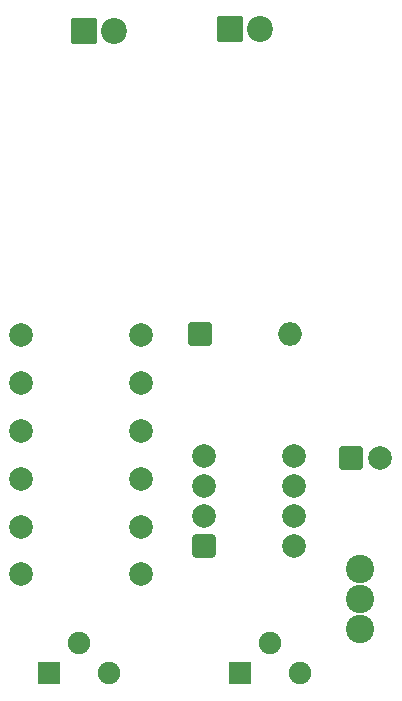
<source format=gbr>
%TF.GenerationSoftware,KiCad,Pcbnew,9.0.6*%
%TF.CreationDate,2025-12-05T08:24:13+01:00*%
%TF.ProjectId,GrumpyDuck,4772756d-7079-4447-9563-6b2e6b696361,rev?*%
%TF.SameCoordinates,Original*%
%TF.FileFunction,Soldermask,Top*%
%TF.FilePolarity,Negative*%
%FSLAX46Y46*%
G04 Gerber Fmt 4.6, Leading zero omitted, Abs format (unit mm)*
G04 Created by KiCad (PCBNEW 9.0.6) date 2025-12-05 08:24:13*
%MOMM*%
%LPD*%
G01*
G04 APERTURE LIST*
G04 Aperture macros list*
%AMRoundRect*
0 Rectangle with rounded corners*
0 $1 Rounding radius*
0 $2 $3 $4 $5 $6 $7 $8 $9 X,Y pos of 4 corners*
0 Add a 4 corners polygon primitive as box body*
4,1,4,$2,$3,$4,$5,$6,$7,$8,$9,$2,$3,0*
0 Add four circle primitives for the rounded corners*
1,1,$1+$1,$2,$3*
1,1,$1+$1,$4,$5*
1,1,$1+$1,$6,$7*
1,1,$1+$1,$8,$9*
0 Add four rect primitives between the rounded corners*
20,1,$1+$1,$2,$3,$4,$5,0*
20,1,$1+$1,$4,$5,$6,$7,0*
20,1,$1+$1,$6,$7,$8,$9,0*
20,1,$1+$1,$8,$9,$2,$3,0*%
G04 Aperture macros list end*
%ADD10C,2.200000*%
%ADD11RoundRect,0.200000X-0.900000X-0.900000X0.900000X-0.900000X0.900000X0.900000X-0.900000X0.900000X0*%
%ADD12RoundRect,0.312500X-0.687500X-0.687500X0.687500X-0.687500X0.687500X0.687500X-0.687500X0.687500X0*%
%ADD13C,2.000000*%
%ADD14C,2.400000*%
%ADD15RoundRect,0.200000X-0.750000X-0.750000X0.750000X-0.750000X0.750000X0.750000X-0.750000X0.750000X0*%
%ADD16C,1.900000*%
%ADD17RoundRect,0.200000X-0.800000X-0.800000X0.800000X-0.800000X0.800000X0.800000X-0.800000X0.800000X0*%
%ADD18O,2.000000X2.000000*%
G04 APERTURE END LIST*
D10*
%TO.C,D2*%
X131040000Y-68400000D03*
D11*
X128500000Y-68400000D03*
%TD*%
D10*
%TO.C,D1*%
X118640000Y-68500000D03*
D11*
X116100000Y-68500000D03*
%TD*%
D12*
%TO.C,U1*%
X126300000Y-112180000D03*
D13*
X126300000Y-109640000D03*
X126300000Y-107100000D03*
X126300000Y-104560000D03*
X133920000Y-104560000D03*
X133920000Y-107100000D03*
X133920000Y-109640000D03*
X133920000Y-112180000D03*
%TD*%
D14*
%TO.C,S1*%
X139500000Y-119200000D03*
X139500000Y-116660000D03*
X139500000Y-114120000D03*
%TD*%
D13*
%TO.C,R7*%
X110800000Y-98350000D03*
X120960000Y-98350000D03*
%TD*%
%TO.C,R6*%
X110800000Y-102400000D03*
X120960000Y-102400000D03*
%TD*%
%TO.C,R5*%
X110800000Y-106450000D03*
X120960000Y-106450000D03*
%TD*%
%TO.C,R4*%
X110800000Y-110500000D03*
X120960000Y-110500000D03*
%TD*%
%TO.C,R3*%
X110800000Y-114550000D03*
X120960000Y-114550000D03*
%TD*%
%TO.C,R1*%
X110800000Y-94300000D03*
X120960000Y-94300000D03*
%TD*%
D15*
%TO.C,T2*%
X113100000Y-122900000D03*
D16*
X115640000Y-120360000D03*
X118180000Y-122900000D03*
%TD*%
D15*
%TO.C,T1*%
X129300000Y-122900000D03*
D16*
X131840000Y-120360000D03*
X134380000Y-122900000D03*
%TD*%
D17*
%TO.C,D3*%
X125900000Y-94200000D03*
D18*
X133520000Y-94200000D03*
%TD*%
D17*
%TO.C,C1*%
X138700000Y-104700000D03*
D13*
X141200000Y-104700000D03*
%TD*%
M02*

</source>
